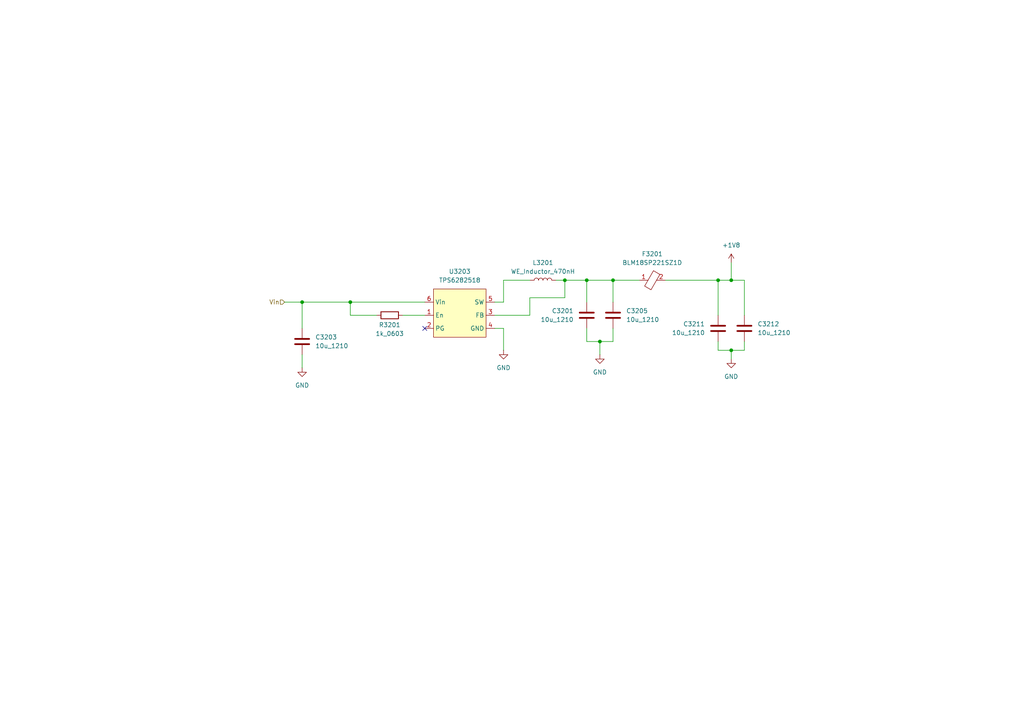
<source format=kicad_sch>
(kicad_sch (version 20250114) (generator "eeschema") (generator_version "9.0")
  (paper "A4")
  (lib_symbols
    (symbol "MYLIB_Misc:BLM18SP221SZ1D"
      (property "Reference" "F" (at 0 6.604 0))
      (property "Value" "BLM18SP221SZ1D" (at 0 4.064 0))
      (symbol "BLM18SP221SZ1D_0_1"
        (polyline (pts (xy -1.27 0) (xy -1.2954 0)))
        (polyline (pts (xy -0.4064 -2.7686) (xy -2.2606 -1.7018) (xy 0.3048 2.7686) (xy 2.159 1.6764) (xy -0.4064 -2.7686)))
        (polyline (pts (xy 1.27 0) (xy 1.2192 0)))
      )
      (symbol "BLM18SP221SZ1D_1_1"
        (pin passive line (at -3.81 0 0) (length 2.54) (name "~") (number "1"))
        (pin passive line (at 3.81 0 180) (length 2.54) (name "~") (number "2"))
      )
    )
    (symbol "MYLIB_Misc:TPS6282518DMQR"
      (property "Reference" "U" (at 0 12.7 0))
      (property "Value" "TPS6282518" (at -0.254 10.668 0))
      (symbol "TPS6282518DMQR_1_1"
        (rectangle (start -7.62 8.89) (end 7.62 -5.08) (fill (type background)))
        (pin power_in line (at -10.16 5.08 0) (length 2.54) (name "Vin") (number "6"))
        (pin input line (at -10.16 1.27 0) (length 2.54) (name "En") (number "1"))
        (pin power_in line (at -10.16 -2.54 0) (length 2.54) (name "PG") (number "2"))
        (pin power_out line (at 10.16 5.08 180) (length 2.54) (name "SW") (number "5"))
        (pin input line (at 10.16 1.27 180) (length 2.54) (name "FB") (number "3"))
        (pin power_in line (at 10.16 -2.54 180) (length 2.54) (name "GND") (number "4"))
      )
    )
    (symbol "MYLIB_Misc:WE_Inductor_470nH" (pin_numbers (hide yes)) (pin_names (hide yes))
      (property "Reference" "L" (at -0.254 4.826 0))
      (property "Value" "WE_Inductor_470nH" (at 0 2.794 0))
      (symbol "WE_Inductor_470nH_0_1"
        (arc (start -2.54 0) (mid -1.905 0.6323) (end -1.27 0))
        (arc (start -1.27 0) (mid -0.635 0.6323) (end 0 0))
        (arc (start 0 0) (mid 0.635 0.6323) (end 1.27 0))
        (arc (start 1.27 0) (mid 1.905 0.6323) (end 2.54 0))
      )
      (symbol "WE_Inductor_470nH_1_1"
        (pin passive line (at -3.81 0 0) (length 1.27) (name "1") (number "1"))
        (pin passive line (at 3.81 0 180) (length 1.27) (name "2") (number "2"))
      )
    )
    (symbol "WLIB_C:10u_1210" (pin_numbers (hide yes)) (pin_names (offset 0.254))
      (property "Reference" "C" (at 0.635 2.54 0))
      (property "Value" "10u_1210" (at 0.635 -2.54 0))
      (symbol "10u_1210_0_1"
        (polyline (pts (xy -2.032 0.762) (xy 2.032 0.762)) (stroke (width 0.508)))
        (polyline (pts (xy -2.032 -0.762) (xy 2.032 -0.762)) (stroke (width 0.508)))
      )
      (symbol "10u_1210_1_1"
        (pin passive line (at 0 3.81 270) (length 2.794) (name "~") (number "1"))
        (pin passive line (at 0 -3.81 90) (length 2.794) (name "~") (number "2"))
      )
    )
    (symbol "WLIB_R:1k_0603" (pin_numbers (hide yes)) (pin_names (offset 0))
      (property "Reference" "R" (at 2.032 0 90))
      (property "Value" "1k_0603" (at -2.54 0 90))
      (symbol "1k_0603_0_1"
        (rectangle (start -1.016 -2.54) (end 1.016 2.54) (stroke (width 0.254)))
      )
      (symbol "1k_0603_1_1"
        (pin passive line (at 0 3.81 270) (length 1.27) (name "~") (number "1"))
        (pin passive line (at 0 -3.81 90) (length 1.27) (name "~") (number "2"))
      )
    )
    (symbol "power:+1V8" (power) (pin_numbers (hide yes)) (pin_names (offset 0) (hide yes))
      (property "Value" "+1V8" (at 0 3.556 0))
      (symbol "+1V8_0_1"
        (polyline (pts (xy -0.762 1.27) (xy 0 2.54)))
        (polyline (pts (xy 0 2.54) (xy 0.762 1.27)))
        (polyline (pts (xy 0 0) (xy 0 2.54)))
      )
      (symbol "+1V8_1_1"
        (pin power_in line (at 0 0 90) (length 0) (name "~") (number "1"))
      )
    )
    (symbol "power:GND" (power) (pin_numbers (hide yes)) (pin_names (offset 0) (hide yes))
      (property "Value" "GND" (at 0 -3.81 0))
      (symbol "GND_0_1"
        (polyline (pts (xy 0 0) (xy 0 -1.27) (xy 1.27 -1.27) (xy 0 -2.54) (xy -1.27 -1.27) (xy 0 -1.27)))
      )
      (symbol "GND_1_1"
        (pin power_in line (at 0 0 270) (length 0) (name "~") (number "1"))
      )
    )
  )
  (junction (at 170.18 81.28))
  (junction (at 177.8 81.28))
  (junction (at 212.09 101.6))
  (junction (at 208.28 81.28))
  (junction (at 212.09 81.28))
  (junction (at 87.63 87.63))
  (junction (at 101.6 87.63))
  (junction (at 173.99 99.06))
  (junction (at 163.83 81.28))
  (no_connect (at 123.19 95.25))
  (wire (pts (xy 208.28 81.28) (xy 208.28 91.44)))
  (wire (pts (xy 87.63 87.63) (xy 87.63 95.25)))
  (wire (pts (xy 208.28 101.6) (xy 212.09 101.6)))
  (wire (pts (xy 143.51 91.44) (xy 153.67 91.44)))
  (wire (pts (xy 170.18 81.28) (xy 170.18 87.63)))
  (wire (pts (xy 212.09 76.2) (xy 212.09 81.28)))
  (wire (pts (xy 87.63 102.87) (xy 87.63 106.68)))
  (wire (pts (xy 116.84 91.44) (xy 123.19 91.44)))
  (wire (pts (xy 208.28 81.28) (xy 212.09 81.28)))
  (wire (pts (xy 146.05 95.25) (xy 146.05 101.6)))
  (wire (pts (xy 87.63 87.63) (xy 101.6 87.63)))
  (wire (pts (xy 177.8 81.28) (xy 185.42 81.28)))
  (wire (pts (xy 163.83 81.28) (xy 163.83 86.36)))
  (wire (pts (xy 212.09 101.6) (xy 215.9 101.6)))
  (wire (pts (xy 193.04 81.28) (xy 208.28 81.28)))
  (wire (pts (xy 161.29 81.28) (xy 163.83 81.28)))
  (wire (pts (xy 177.8 81.28) (xy 177.8 87.63)))
  (wire (pts (xy 208.28 99.06) (xy 208.28 101.6)))
  (wire (pts (xy 109.22 91.44) (xy 101.6 91.44)))
  (wire (pts (xy 123.19 87.63) (xy 101.6 87.63)))
  (wire (pts (xy 173.99 99.06) (xy 177.8 99.06)))
  (wire (pts (xy 170.18 99.06) (xy 173.99 99.06)))
  (wire (pts (xy 177.8 95.25) (xy 177.8 99.06)))
  (wire (pts (xy 143.51 95.25) (xy 146.05 95.25)))
  (wire (pts (xy 170.18 95.25) (xy 170.18 99.06)))
  (wire (pts (xy 143.51 87.63) (xy 146.05 87.63)))
  (wire (pts (xy 153.67 91.44) (xy 153.67 86.36)))
  (wire (pts (xy 215.9 101.6) (xy 215.9 99.06)))
  (wire (pts (xy 82.55 87.63) (xy 87.63 87.63)))
  (wire (pts (xy 146.05 81.28) (xy 153.67 81.28)))
  (wire (pts (xy 212.09 101.6) (xy 212.09 104.14)))
  (wire (pts (xy 173.99 99.06) (xy 173.99 102.87)))
  (wire (pts (xy 101.6 91.44) (xy 101.6 87.63)))
  (wire (pts (xy 163.83 81.28) (xy 170.18 81.28)))
  (wire (pts (xy 153.67 86.36) (xy 163.83 86.36)))
  (wire (pts (xy 215.9 91.44) (xy 215.9 81.28)))
  (wire (pts (xy 146.05 87.63) (xy 146.05 81.28)))
  (wire (pts (xy 170.18 81.28) (xy 177.8 81.28)))
  (wire (pts (xy 212.09 81.28) (xy 215.9 81.28)))
  (hierarchical_label "Vin" (shape input) (at 82.55 87.63 180))
  (symbol (lib_id "power:GND") (at 212.09 104.14 0) (unit 1)
    (property "Reference" "#PWR03211" (effects (hide yes)))
    (property "Value" "GND" (at 212.09 109.22 0))
    (property "Description" "Power symbol creates a global label with name \"GND\" , ground" (effects (hide yes)))
  )
  (symbol (lib_id "WLIB_R:1k_0603") (at 113.03 91.44 270) (unit 1)
    (property "Reference" "R3201" (at 113.03 94.234 90))
    (property "Value" "1k_0603" (at 113.03 96.774 90))
    (property "Footprint" "Resistor_SMD:R_0603_1608Metric" (effects (hide yes)))
    (property "Datasheet" "https://www.farnell.com/datasheets/2710391.pdf" (effects (hide yes)))
    (property "Description" "Resistor" (effects (hide yes)))
    (property "FARNELL" "2078907" (effects (hide yes)))
    (property "Rated Power" "100mW" (effects (hide yes)))
    (property "JLCPCB" "C21190" (effects (hide yes)))
  )
  (symbol (lib_id "WLIB_C:10u_1210") (at 215.9 95.25 0) (unit 1)
    (property "Reference" "C3212" (at 219.71 93.9799 0) (effects (justify left)))
    (property "Value" "10u_1210" (at 219.71 96.5199 0) (effects (justify left)))
    (property "Footprint" "WLIB_Capacitor:C_1210" (effects (hide yes)))
    (property "Datasheet" "https://www.farnell.com/datasheets/2237828.pdf" (effects (hide yes)))
    (property "Description" "Unpolarized capacitor SMD MLCC" (effects (hide yes)))
    (property "FARNELL" "1327737" (effects (hide yes)))
    (property "VDC" "25V" (effects (hide yes)))
    (property "JLCPCB" "C92834" (effects (hide yes)))
  )
  (symbol (lib_id "power:+1V8") (at 212.09 76.2 0) (unit 1)
    (property "Reference" "#PWR03212" (effects (hide yes)))
    (property "Value" "+1V8" (at 212.09 71.12 0))
    (property "Description" "Power symbol creates a global label with name \"+1V8\"" (effects (hide yes)))
  )
  (symbol (lib_id "power:GND") (at 173.99 102.87 0) (unit 1)
    (property "Reference" "#PWR03205" (effects (hide yes)))
    (property "Value" "GND" (at 173.99 107.95 0))
    (property "Description" "Power symbol creates a global label with name \"GND\" , ground" (effects (hide yes)))
  )
  (symbol (lib_id "WLIB_C:10u_1210") (at 170.18 91.44 0) (mirror y) (unit 1)
    (property "Reference" "C3201" (at 166.37 90.1699 0) (effects (justify left)))
    (property "Value" "10u_1210" (at 166.37 92.7099 0) (effects (justify left)))
    (property "Footprint" "WLIB_Capacitor:C_1210" (effects (hide yes)))
    (property "Datasheet" "https://www.farnell.com/datasheets/2237828.pdf" (effects (hide yes)))
    (property "Description" "Unpolarized capacitor SMD MLCC" (effects (hide yes)))
    (property "FARNELL" "1327737" (effects (hide yes)))
    (property "VDC" "25V" (effects (hide yes)))
    (property "JLCPCB" "C92834" (effects (hide yes)))
  )
  (symbol (lib_id "MYLIB_Misc:TPS6282518DMQR") (at 133.35 92.71 0) (unit 1)
    (property "Reference" "U3203" (at 133.35 78.74 0))
    (property "Value" "TPS6282518" (at 133.35 81.28 0))
    (property "Footprint" "MYLIB_Misc:TPS6282518DMQR" (effects (hide yes)))
    (property "Datasheet" "https://www.ti.com/lit/ds/symlink/tps62827a.pdf?ts=1763369107475" (effects (hide yes)))
    (property "Description" "The TPS6282x is an easy-to-use, synchronous stepdown DC/DC converters family with a very low quiescent current of only 4μ" (effects (hide yes)))
    (property "Mouser nr" "595-TPS6282518DMQR " (effects (hide yes)))
  )
  (symbol (lib_id "WLIB_C:10u_1210") (at 177.8 91.44 0) (unit 1)
    (property "Reference" "C3205" (at 181.61 90.1699 0) (effects (justify left)))
    (property "Value" "10u_1210" (at 181.61 92.7099 0) (effects (justify left)))
    (property "Footprint" "WLIB_Capacitor:C_1210" (effects (hide yes)))
    (property "Datasheet" "https://www.farnell.com/datasheets/2237828.pdf" (effects (hide yes)))
    (property "Description" "Unpolarized capacitor SMD MLCC" (effects (hide yes)))
    (property "FARNELL" "1327737" (effects (hide yes)))
    (property "VDC" "25V" (effects (hide yes)))
    (property "JLCPCB" "C92834" (effects (hide yes)))
  )
  (symbol (lib_id "WLIB_C:10u_1210") (at 208.28 95.25 0) (mirror y) (unit 1)
    (property "Reference" "C3211" (at 204.47 93.9799 0) (effects (justify left)))
    (property "Value" "10u_1210" (at 204.47 96.5199 0) (effects (justify left)))
    (property "Footprint" "WLIB_Capacitor:C_1210" (effects (hide yes)))
    (property "Datasheet" "https://www.farnell.com/datasheets/2237828.pdf" (effects (hide yes)))
    (property "Description" "Unpolarized capacitor SMD MLCC" (effects (hide yes)))
    (property "FARNELL" "1327737" (effects (hide yes)))
    (property "VDC" "25V" (effects (hide yes)))
    (property "JLCPCB" "C92834" (effects (hide yes)))
  )
  (symbol (lib_id "power:GND") (at 87.63 106.68 0) (unit 1)
    (property "Reference" "#PWR03202" (effects (hide yes)))
    (property "Value" "GND" (at 87.63 111.76 0))
    (property "Description" "Power symbol creates a global label with name \"GND\" , ground" (effects (hide yes)))
  )
  (symbol (lib_id "MYLIB_Misc:BLM18SP221SZ1D") (at 189.23 81.28 0) (unit 1)
    (property "Reference" "F3201" (at 189.1792 73.66 0))
    (property "Value" "BLM18SP221SZ1D" (at 189.1792 76.2 0))
    (property "Footprint" "MYLIB_Misc:BLM18SP221SZ1D" (effects (hide yes)))
    (property "Datasheet" "https://www.mouser.de/datasheet/3/76/1/QNFA9122.pdf" (effects (hide yes)))
    (property "Description" "CHIP FERRITE BEAD for Automotive infotainment/comfort equipment" (effects (hide yes)))
  )
  (symbol (lib_id "MYLIB_Misc:WE_Inductor_470nH") (at 157.48 81.28 0) (unit 1)
    (property "Reference" "L3201" (at 157.48 76.2 0))
    (property "Value" "WE_Inductor_470nH" (at 157.48 78.74 0))
    (property "Footprint" "MYLIB_Misc:WE_74479275147" (effects (hide yes)))
    (property "Datasheet" "https://www.we-online.com/components/products/datasheet/74479275147.pdf" (effects (hide yes)))
    (property "Description" "74479275147" (effects (hide yes)))
    (property "Mouser Nr" "710-74479275147 " (effects (hide yes)))
  )
  (symbol (lib_id "power:GND") (at 146.05 101.6 0) (unit 1)
    (property "Reference" "#PWR03204" (effects (hide yes)))
    (property "Value" "GND" (at 146.05 106.68 0))
    (property "Description" "Power symbol creates a global label with name \"GND\" , ground" (effects (hide yes)))
  )
  (symbol (lib_id "WLIB_C:10u_1210") (at 87.63 99.06 0) (unit 1)
    (property "Reference" "C3203" (at 91.44 97.7899 0) (effects (justify left)))
    (property "Value" "10u_1210" (at 91.44 100.3299 0) (effects (justify left)))
    (property "Footprint" "WLIB_Capacitor:C_1210" (effects (hide yes)))
    (property "Datasheet" "https://www.farnell.com/datasheets/2237828.pdf" (effects (hide yes)))
    (property "Description" "Unpolarized capacitor SMD MLCC" (effects (hide yes)))
    (property "FARNELL" "1327737" (effects (hide yes)))
    (property "VDC" "25V" (effects (hide yes)))
    (property "JLCPCB" "C92834" (effects (hide yes)))
  )
)
</source>
